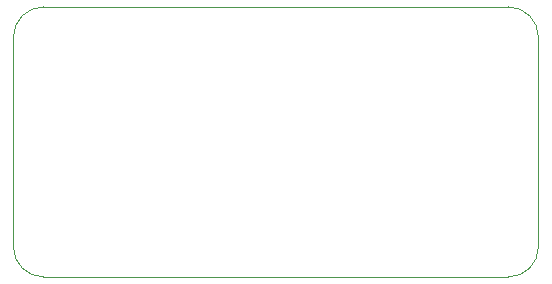
<source format=gbr>
%TF.GenerationSoftware,KiCad,Pcbnew,(5.1.8)-1*%
%TF.CreationDate,2022-04-17T09:09:35+02:00*%
%TF.ProjectId,UPDI-Adapter_V1.0,55504449-2d41-4646-9170-7465725f5631,rev?*%
%TF.SameCoordinates,Original*%
%TF.FileFunction,Profile,NP*%
%FSLAX46Y46*%
G04 Gerber Fmt 4.6, Leading zero omitted, Abs format (unit mm)*
G04 Created by KiCad (PCBNEW (5.1.8)-1) date 2022-04-17 09:09:35*
%MOMM*%
%LPD*%
G01*
G04 APERTURE LIST*
%TA.AperFunction,Profile*%
%ADD10C,0.050000*%
%TD*%
G04 APERTURE END LIST*
D10*
X77470000Y-44450000D02*
X76200000Y-44450000D01*
X76200000Y-67310000D02*
X77470000Y-67310000D01*
X80010000Y-64770000D02*
X80010000Y-46990000D01*
X38100000Y-67310000D02*
X76200000Y-67310000D01*
X35560000Y-64770000D02*
X35560000Y-46990000D01*
X76200000Y-44450000D02*
X38100000Y-44450000D01*
X38100000Y-67310000D02*
G75*
G02*
X35560000Y-64770000I0J2540000D01*
G01*
X80010000Y-64770000D02*
G75*
G02*
X77470000Y-67310000I-2540000J0D01*
G01*
X77470000Y-44450000D02*
G75*
G02*
X80010000Y-46990000I0J-2540000D01*
G01*
X35560000Y-46990000D02*
G75*
G02*
X38100000Y-44450000I2540000J0D01*
G01*
M02*

</source>
